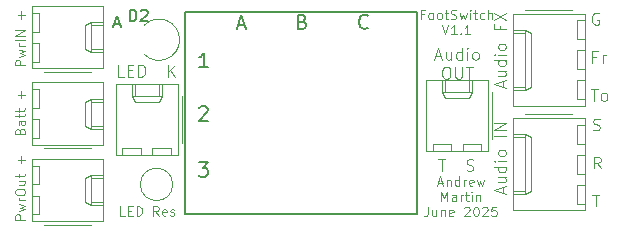
<source format=gbr>
%TF.GenerationSoftware,KiCad,Pcbnew,9.0.2*%
%TF.CreationDate,2025-06-25T15:10:39+01:00*%
%TF.ProjectId,FootSw,466f6f74-5377-42e6-9b69-6361645f7063,V1.1*%
%TF.SameCoordinates,Original*%
%TF.FileFunction,Legend,Top*%
%TF.FilePolarity,Positive*%
%FSLAX46Y46*%
G04 Gerber Fmt 4.6, Leading zero omitted, Abs format (unit mm)*
G04 Created by KiCad (PCBNEW 9.0.2) date 2025-06-25 15:10:39*
%MOMM*%
%LPD*%
G01*
G04 APERTURE LIST*
%ADD10C,0.100000*%
%ADD11C,0.125000*%
%ADD12C,0.150000*%
%ADD13C,0.152400*%
%ADD14C,0.120000*%
G04 APERTURE END LIST*
D10*
X89688094Y-50589892D02*
X89421428Y-50589892D01*
X89421428Y-51008940D02*
X89421428Y-50208940D01*
X89421428Y-50208940D02*
X89802380Y-50208940D01*
X90221427Y-51008940D02*
X90145237Y-50970845D01*
X90145237Y-50970845D02*
X90107142Y-50932749D01*
X90107142Y-50932749D02*
X90069046Y-50856559D01*
X90069046Y-50856559D02*
X90069046Y-50627987D01*
X90069046Y-50627987D02*
X90107142Y-50551797D01*
X90107142Y-50551797D02*
X90145237Y-50513702D01*
X90145237Y-50513702D02*
X90221427Y-50475606D01*
X90221427Y-50475606D02*
X90335713Y-50475606D01*
X90335713Y-50475606D02*
X90411904Y-50513702D01*
X90411904Y-50513702D02*
X90449999Y-50551797D01*
X90449999Y-50551797D02*
X90488094Y-50627987D01*
X90488094Y-50627987D02*
X90488094Y-50856559D01*
X90488094Y-50856559D02*
X90449999Y-50932749D01*
X90449999Y-50932749D02*
X90411904Y-50970845D01*
X90411904Y-50970845D02*
X90335713Y-51008940D01*
X90335713Y-51008940D02*
X90221427Y-51008940D01*
X90945237Y-51008940D02*
X90869047Y-50970845D01*
X90869047Y-50970845D02*
X90830952Y-50932749D01*
X90830952Y-50932749D02*
X90792856Y-50856559D01*
X90792856Y-50856559D02*
X90792856Y-50627987D01*
X90792856Y-50627987D02*
X90830952Y-50551797D01*
X90830952Y-50551797D02*
X90869047Y-50513702D01*
X90869047Y-50513702D02*
X90945237Y-50475606D01*
X90945237Y-50475606D02*
X91059523Y-50475606D01*
X91059523Y-50475606D02*
X91135714Y-50513702D01*
X91135714Y-50513702D02*
X91173809Y-50551797D01*
X91173809Y-50551797D02*
X91211904Y-50627987D01*
X91211904Y-50627987D02*
X91211904Y-50856559D01*
X91211904Y-50856559D02*
X91173809Y-50932749D01*
X91173809Y-50932749D02*
X91135714Y-50970845D01*
X91135714Y-50970845D02*
X91059523Y-51008940D01*
X91059523Y-51008940D02*
X90945237Y-51008940D01*
X91440476Y-50475606D02*
X91745238Y-50475606D01*
X91554762Y-50208940D02*
X91554762Y-50894654D01*
X91554762Y-50894654D02*
X91592857Y-50970845D01*
X91592857Y-50970845D02*
X91669047Y-51008940D01*
X91669047Y-51008940D02*
X91745238Y-51008940D01*
X91973809Y-50970845D02*
X92088095Y-51008940D01*
X92088095Y-51008940D02*
X92278571Y-51008940D01*
X92278571Y-51008940D02*
X92354762Y-50970845D01*
X92354762Y-50970845D02*
X92392857Y-50932749D01*
X92392857Y-50932749D02*
X92430952Y-50856559D01*
X92430952Y-50856559D02*
X92430952Y-50780368D01*
X92430952Y-50780368D02*
X92392857Y-50704178D01*
X92392857Y-50704178D02*
X92354762Y-50666083D01*
X92354762Y-50666083D02*
X92278571Y-50627987D01*
X92278571Y-50627987D02*
X92126190Y-50589892D01*
X92126190Y-50589892D02*
X92050000Y-50551797D01*
X92050000Y-50551797D02*
X92011905Y-50513702D01*
X92011905Y-50513702D02*
X91973809Y-50437511D01*
X91973809Y-50437511D02*
X91973809Y-50361321D01*
X91973809Y-50361321D02*
X92011905Y-50285130D01*
X92011905Y-50285130D02*
X92050000Y-50247035D01*
X92050000Y-50247035D02*
X92126190Y-50208940D01*
X92126190Y-50208940D02*
X92316667Y-50208940D01*
X92316667Y-50208940D02*
X92430952Y-50247035D01*
X92697619Y-50475606D02*
X92850000Y-51008940D01*
X92850000Y-51008940D02*
X93002381Y-50627987D01*
X93002381Y-50627987D02*
X93154762Y-51008940D01*
X93154762Y-51008940D02*
X93307143Y-50475606D01*
X93611905Y-51008940D02*
X93611905Y-50475606D01*
X93611905Y-50208940D02*
X93573809Y-50247035D01*
X93573809Y-50247035D02*
X93611905Y-50285130D01*
X93611905Y-50285130D02*
X93650000Y-50247035D01*
X93650000Y-50247035D02*
X93611905Y-50208940D01*
X93611905Y-50208940D02*
X93611905Y-50285130D01*
X93878571Y-50475606D02*
X94183333Y-50475606D01*
X93992857Y-50208940D02*
X93992857Y-50894654D01*
X93992857Y-50894654D02*
X94030952Y-50970845D01*
X94030952Y-50970845D02*
X94107142Y-51008940D01*
X94107142Y-51008940D02*
X94183333Y-51008940D01*
X94792857Y-50970845D02*
X94716666Y-51008940D01*
X94716666Y-51008940D02*
X94564285Y-51008940D01*
X94564285Y-51008940D02*
X94488095Y-50970845D01*
X94488095Y-50970845D02*
X94450000Y-50932749D01*
X94450000Y-50932749D02*
X94411904Y-50856559D01*
X94411904Y-50856559D02*
X94411904Y-50627987D01*
X94411904Y-50627987D02*
X94450000Y-50551797D01*
X94450000Y-50551797D02*
X94488095Y-50513702D01*
X94488095Y-50513702D02*
X94564285Y-50475606D01*
X94564285Y-50475606D02*
X94716666Y-50475606D01*
X94716666Y-50475606D02*
X94792857Y-50513702D01*
X95135714Y-51008940D02*
X95135714Y-50208940D01*
X95478571Y-51008940D02*
X95478571Y-50589892D01*
X95478571Y-50589892D02*
X95440476Y-50513702D01*
X95440476Y-50513702D02*
X95364285Y-50475606D01*
X95364285Y-50475606D02*
X95249999Y-50475606D01*
X95249999Y-50475606D02*
X95173809Y-50513702D01*
X95173809Y-50513702D02*
X95135714Y-50551797D01*
X91230952Y-51496895D02*
X91497619Y-52296895D01*
X91497619Y-52296895D02*
X91764285Y-51496895D01*
X92449999Y-52296895D02*
X91992856Y-52296895D01*
X92221428Y-52296895D02*
X92221428Y-51496895D01*
X92221428Y-51496895D02*
X92145237Y-51611180D01*
X92145237Y-51611180D02*
X92069047Y-51687371D01*
X92069047Y-51687371D02*
X91992856Y-51725466D01*
X92792857Y-52220704D02*
X92830952Y-52258800D01*
X92830952Y-52258800D02*
X92792857Y-52296895D01*
X92792857Y-52296895D02*
X92754761Y-52258800D01*
X92754761Y-52258800D02*
X92792857Y-52220704D01*
X92792857Y-52220704D02*
X92792857Y-52296895D01*
X93592856Y-52296895D02*
X93135713Y-52296895D01*
X93364285Y-52296895D02*
X93364285Y-51496895D01*
X93364285Y-51496895D02*
X93288094Y-51611180D01*
X93288094Y-51611180D02*
X93211904Y-51687371D01*
X93211904Y-51687371D02*
X93135713Y-51725466D01*
X90876190Y-64892413D02*
X91257143Y-64892413D01*
X90800000Y-65120985D02*
X91066667Y-64320985D01*
X91066667Y-64320985D02*
X91333333Y-65120985D01*
X91600000Y-64587651D02*
X91600000Y-65120985D01*
X91600000Y-64663842D02*
X91638095Y-64625747D01*
X91638095Y-64625747D02*
X91714285Y-64587651D01*
X91714285Y-64587651D02*
X91828571Y-64587651D01*
X91828571Y-64587651D02*
X91904762Y-64625747D01*
X91904762Y-64625747D02*
X91942857Y-64701937D01*
X91942857Y-64701937D02*
X91942857Y-65120985D01*
X92666667Y-65120985D02*
X92666667Y-64320985D01*
X92666667Y-65082890D02*
X92590476Y-65120985D01*
X92590476Y-65120985D02*
X92438095Y-65120985D01*
X92438095Y-65120985D02*
X92361905Y-65082890D01*
X92361905Y-65082890D02*
X92323810Y-65044794D01*
X92323810Y-65044794D02*
X92285714Y-64968604D01*
X92285714Y-64968604D02*
X92285714Y-64740032D01*
X92285714Y-64740032D02*
X92323810Y-64663842D01*
X92323810Y-64663842D02*
X92361905Y-64625747D01*
X92361905Y-64625747D02*
X92438095Y-64587651D01*
X92438095Y-64587651D02*
X92590476Y-64587651D01*
X92590476Y-64587651D02*
X92666667Y-64625747D01*
X93047620Y-65120985D02*
X93047620Y-64587651D01*
X93047620Y-64740032D02*
X93085715Y-64663842D01*
X93085715Y-64663842D02*
X93123810Y-64625747D01*
X93123810Y-64625747D02*
X93200001Y-64587651D01*
X93200001Y-64587651D02*
X93276191Y-64587651D01*
X93847620Y-65082890D02*
X93771429Y-65120985D01*
X93771429Y-65120985D02*
X93619048Y-65120985D01*
X93619048Y-65120985D02*
X93542858Y-65082890D01*
X93542858Y-65082890D02*
X93504762Y-65006699D01*
X93504762Y-65006699D02*
X93504762Y-64701937D01*
X93504762Y-64701937D02*
X93542858Y-64625747D01*
X93542858Y-64625747D02*
X93619048Y-64587651D01*
X93619048Y-64587651D02*
X93771429Y-64587651D01*
X93771429Y-64587651D02*
X93847620Y-64625747D01*
X93847620Y-64625747D02*
X93885715Y-64701937D01*
X93885715Y-64701937D02*
X93885715Y-64778128D01*
X93885715Y-64778128D02*
X93504762Y-64854318D01*
X94152381Y-64587651D02*
X94304762Y-65120985D01*
X94304762Y-65120985D02*
X94457143Y-64740032D01*
X94457143Y-64740032D02*
X94609524Y-65120985D01*
X94609524Y-65120985D02*
X94761905Y-64587651D01*
X91142857Y-66408940D02*
X91142857Y-65608940D01*
X91142857Y-65608940D02*
X91409523Y-66180368D01*
X91409523Y-66180368D02*
X91676190Y-65608940D01*
X91676190Y-65608940D02*
X91676190Y-66408940D01*
X92400000Y-66408940D02*
X92400000Y-65989892D01*
X92400000Y-65989892D02*
X92361905Y-65913702D01*
X92361905Y-65913702D02*
X92285714Y-65875606D01*
X92285714Y-65875606D02*
X92133333Y-65875606D01*
X92133333Y-65875606D02*
X92057143Y-65913702D01*
X92400000Y-66370845D02*
X92323809Y-66408940D01*
X92323809Y-66408940D02*
X92133333Y-66408940D01*
X92133333Y-66408940D02*
X92057143Y-66370845D01*
X92057143Y-66370845D02*
X92019047Y-66294654D01*
X92019047Y-66294654D02*
X92019047Y-66218464D01*
X92019047Y-66218464D02*
X92057143Y-66142273D01*
X92057143Y-66142273D02*
X92133333Y-66104178D01*
X92133333Y-66104178D02*
X92323809Y-66104178D01*
X92323809Y-66104178D02*
X92400000Y-66066083D01*
X92780953Y-66408940D02*
X92780953Y-65875606D01*
X92780953Y-66027987D02*
X92819048Y-65951797D01*
X92819048Y-65951797D02*
X92857143Y-65913702D01*
X92857143Y-65913702D02*
X92933334Y-65875606D01*
X92933334Y-65875606D02*
X93009524Y-65875606D01*
X93161905Y-65875606D02*
X93466667Y-65875606D01*
X93276191Y-65608940D02*
X93276191Y-66294654D01*
X93276191Y-66294654D02*
X93314286Y-66370845D01*
X93314286Y-66370845D02*
X93390476Y-66408940D01*
X93390476Y-66408940D02*
X93466667Y-66408940D01*
X93733334Y-66408940D02*
X93733334Y-65875606D01*
X93733334Y-65608940D02*
X93695238Y-65647035D01*
X93695238Y-65647035D02*
X93733334Y-65685130D01*
X93733334Y-65685130D02*
X93771429Y-65647035D01*
X93771429Y-65647035D02*
X93733334Y-65608940D01*
X93733334Y-65608940D02*
X93733334Y-65685130D01*
X94114286Y-65875606D02*
X94114286Y-66408940D01*
X94114286Y-65951797D02*
X94152381Y-65913702D01*
X94152381Y-65913702D02*
X94228571Y-65875606D01*
X94228571Y-65875606D02*
X94342857Y-65875606D01*
X94342857Y-65875606D02*
X94419048Y-65913702D01*
X94419048Y-65913702D02*
X94457143Y-65989892D01*
X94457143Y-65989892D02*
X94457143Y-66408940D01*
X90019046Y-66896895D02*
X90019046Y-67468323D01*
X90019046Y-67468323D02*
X89980951Y-67582609D01*
X89980951Y-67582609D02*
X89904760Y-67658800D01*
X89904760Y-67658800D02*
X89790475Y-67696895D01*
X89790475Y-67696895D02*
X89714284Y-67696895D01*
X90742856Y-67163561D02*
X90742856Y-67696895D01*
X90399999Y-67163561D02*
X90399999Y-67582609D01*
X90399999Y-67582609D02*
X90438094Y-67658800D01*
X90438094Y-67658800D02*
X90514284Y-67696895D01*
X90514284Y-67696895D02*
X90628570Y-67696895D01*
X90628570Y-67696895D02*
X90704761Y-67658800D01*
X90704761Y-67658800D02*
X90742856Y-67620704D01*
X91123809Y-67163561D02*
X91123809Y-67696895D01*
X91123809Y-67239752D02*
X91161904Y-67201657D01*
X91161904Y-67201657D02*
X91238094Y-67163561D01*
X91238094Y-67163561D02*
X91352380Y-67163561D01*
X91352380Y-67163561D02*
X91428571Y-67201657D01*
X91428571Y-67201657D02*
X91466666Y-67277847D01*
X91466666Y-67277847D02*
X91466666Y-67696895D01*
X92152381Y-67658800D02*
X92076190Y-67696895D01*
X92076190Y-67696895D02*
X91923809Y-67696895D01*
X91923809Y-67696895D02*
X91847619Y-67658800D01*
X91847619Y-67658800D02*
X91809523Y-67582609D01*
X91809523Y-67582609D02*
X91809523Y-67277847D01*
X91809523Y-67277847D02*
X91847619Y-67201657D01*
X91847619Y-67201657D02*
X91923809Y-67163561D01*
X91923809Y-67163561D02*
X92076190Y-67163561D01*
X92076190Y-67163561D02*
X92152381Y-67201657D01*
X92152381Y-67201657D02*
X92190476Y-67277847D01*
X92190476Y-67277847D02*
X92190476Y-67354038D01*
X92190476Y-67354038D02*
X91809523Y-67430228D01*
X93104761Y-66973085D02*
X93142857Y-66934990D01*
X93142857Y-66934990D02*
X93219047Y-66896895D01*
X93219047Y-66896895D02*
X93409523Y-66896895D01*
X93409523Y-66896895D02*
X93485714Y-66934990D01*
X93485714Y-66934990D02*
X93523809Y-66973085D01*
X93523809Y-66973085D02*
X93561904Y-67049276D01*
X93561904Y-67049276D02*
X93561904Y-67125466D01*
X93561904Y-67125466D02*
X93523809Y-67239752D01*
X93523809Y-67239752D02*
X93066666Y-67696895D01*
X93066666Y-67696895D02*
X93561904Y-67696895D01*
X94057143Y-66896895D02*
X94133333Y-66896895D01*
X94133333Y-66896895D02*
X94209524Y-66934990D01*
X94209524Y-66934990D02*
X94247619Y-66973085D01*
X94247619Y-66973085D02*
X94285714Y-67049276D01*
X94285714Y-67049276D02*
X94323809Y-67201657D01*
X94323809Y-67201657D02*
X94323809Y-67392133D01*
X94323809Y-67392133D02*
X94285714Y-67544514D01*
X94285714Y-67544514D02*
X94247619Y-67620704D01*
X94247619Y-67620704D02*
X94209524Y-67658800D01*
X94209524Y-67658800D02*
X94133333Y-67696895D01*
X94133333Y-67696895D02*
X94057143Y-67696895D01*
X94057143Y-67696895D02*
X93980952Y-67658800D01*
X93980952Y-67658800D02*
X93942857Y-67620704D01*
X93942857Y-67620704D02*
X93904762Y-67544514D01*
X93904762Y-67544514D02*
X93866666Y-67392133D01*
X93866666Y-67392133D02*
X93866666Y-67201657D01*
X93866666Y-67201657D02*
X93904762Y-67049276D01*
X93904762Y-67049276D02*
X93942857Y-66973085D01*
X93942857Y-66973085D02*
X93980952Y-66934990D01*
X93980952Y-66934990D02*
X94057143Y-66896895D01*
X94628571Y-66973085D02*
X94666667Y-66934990D01*
X94666667Y-66934990D02*
X94742857Y-66896895D01*
X94742857Y-66896895D02*
X94933333Y-66896895D01*
X94933333Y-66896895D02*
X95009524Y-66934990D01*
X95009524Y-66934990D02*
X95047619Y-66973085D01*
X95047619Y-66973085D02*
X95085714Y-67049276D01*
X95085714Y-67049276D02*
X95085714Y-67125466D01*
X95085714Y-67125466D02*
X95047619Y-67239752D01*
X95047619Y-67239752D02*
X94590476Y-67696895D01*
X94590476Y-67696895D02*
X95085714Y-67696895D01*
X95809524Y-66896895D02*
X95428572Y-66896895D01*
X95428572Y-66896895D02*
X95390476Y-67277847D01*
X95390476Y-67277847D02*
X95428572Y-67239752D01*
X95428572Y-67239752D02*
X95504762Y-67201657D01*
X95504762Y-67201657D02*
X95695238Y-67201657D01*
X95695238Y-67201657D02*
X95771429Y-67239752D01*
X95771429Y-67239752D02*
X95809524Y-67277847D01*
X95809524Y-67277847D02*
X95847619Y-67354038D01*
X95847619Y-67354038D02*
X95847619Y-67544514D01*
X95847619Y-67544514D02*
X95809524Y-67620704D01*
X95809524Y-67620704D02*
X95771429Y-67658800D01*
X95771429Y-67658800D02*
X95695238Y-67696895D01*
X95695238Y-67696895D02*
X95504762Y-67696895D01*
X95504762Y-67696895D02*
X95428572Y-67658800D01*
X95428572Y-67658800D02*
X95390476Y-67620704D01*
X64364285Y-67646895D02*
X63983333Y-67646895D01*
X63983333Y-67646895D02*
X63983333Y-66846895D01*
X64630952Y-67227847D02*
X64897618Y-67227847D01*
X65011904Y-67646895D02*
X64630952Y-67646895D01*
X64630952Y-67646895D02*
X64630952Y-66846895D01*
X64630952Y-66846895D02*
X65011904Y-66846895D01*
X65354762Y-67646895D02*
X65354762Y-66846895D01*
X65354762Y-66846895D02*
X65545238Y-66846895D01*
X65545238Y-66846895D02*
X65659524Y-66884990D01*
X65659524Y-66884990D02*
X65735714Y-66961180D01*
X65735714Y-66961180D02*
X65773809Y-67037371D01*
X65773809Y-67037371D02*
X65811905Y-67189752D01*
X65811905Y-67189752D02*
X65811905Y-67304038D01*
X65811905Y-67304038D02*
X65773809Y-67456419D01*
X65773809Y-67456419D02*
X65735714Y-67532609D01*
X65735714Y-67532609D02*
X65659524Y-67608800D01*
X65659524Y-67608800D02*
X65545238Y-67646895D01*
X65545238Y-67646895D02*
X65354762Y-67646895D01*
X67221429Y-67646895D02*
X66954762Y-67265942D01*
X66764286Y-67646895D02*
X66764286Y-66846895D01*
X66764286Y-66846895D02*
X67069048Y-66846895D01*
X67069048Y-66846895D02*
X67145238Y-66884990D01*
X67145238Y-66884990D02*
X67183333Y-66923085D01*
X67183333Y-66923085D02*
X67221429Y-66999276D01*
X67221429Y-66999276D02*
X67221429Y-67113561D01*
X67221429Y-67113561D02*
X67183333Y-67189752D01*
X67183333Y-67189752D02*
X67145238Y-67227847D01*
X67145238Y-67227847D02*
X67069048Y-67265942D01*
X67069048Y-67265942D02*
X66764286Y-67265942D01*
X67869048Y-67608800D02*
X67792857Y-67646895D01*
X67792857Y-67646895D02*
X67640476Y-67646895D01*
X67640476Y-67646895D02*
X67564286Y-67608800D01*
X67564286Y-67608800D02*
X67526190Y-67532609D01*
X67526190Y-67532609D02*
X67526190Y-67227847D01*
X67526190Y-67227847D02*
X67564286Y-67151657D01*
X67564286Y-67151657D02*
X67640476Y-67113561D01*
X67640476Y-67113561D02*
X67792857Y-67113561D01*
X67792857Y-67113561D02*
X67869048Y-67151657D01*
X67869048Y-67151657D02*
X67907143Y-67227847D01*
X67907143Y-67227847D02*
X67907143Y-67304038D01*
X67907143Y-67304038D02*
X67526190Y-67380228D01*
X68211904Y-67608800D02*
X68288095Y-67646895D01*
X68288095Y-67646895D02*
X68440476Y-67646895D01*
X68440476Y-67646895D02*
X68516666Y-67608800D01*
X68516666Y-67608800D02*
X68554762Y-67532609D01*
X68554762Y-67532609D02*
X68554762Y-67494514D01*
X68554762Y-67494514D02*
X68516666Y-67418323D01*
X68516666Y-67418323D02*
X68440476Y-67380228D01*
X68440476Y-67380228D02*
X68326190Y-67380228D01*
X68326190Y-67380228D02*
X68250000Y-67342133D01*
X68250000Y-67342133D02*
X68211904Y-67265942D01*
X68211904Y-67265942D02*
X68211904Y-67227847D01*
X68211904Y-67227847D02*
X68250000Y-67151657D01*
X68250000Y-67151657D02*
X68326190Y-67113561D01*
X68326190Y-67113561D02*
X68440476Y-67113561D01*
X68440476Y-67113561D02*
X68516666Y-67151657D01*
X55896895Y-67993734D02*
X55096895Y-67993734D01*
X55096895Y-67993734D02*
X55096895Y-67688972D01*
X55096895Y-67688972D02*
X55134990Y-67612782D01*
X55134990Y-67612782D02*
X55173085Y-67574687D01*
X55173085Y-67574687D02*
X55249276Y-67536591D01*
X55249276Y-67536591D02*
X55363561Y-67536591D01*
X55363561Y-67536591D02*
X55439752Y-67574687D01*
X55439752Y-67574687D02*
X55477847Y-67612782D01*
X55477847Y-67612782D02*
X55515942Y-67688972D01*
X55515942Y-67688972D02*
X55515942Y-67993734D01*
X55363561Y-67269925D02*
X55896895Y-67117544D01*
X55896895Y-67117544D02*
X55515942Y-66965163D01*
X55515942Y-66965163D02*
X55896895Y-66812782D01*
X55896895Y-66812782D02*
X55363561Y-66660401D01*
X55896895Y-66355639D02*
X55363561Y-66355639D01*
X55515942Y-66355639D02*
X55439752Y-66317544D01*
X55439752Y-66317544D02*
X55401657Y-66279449D01*
X55401657Y-66279449D02*
X55363561Y-66203258D01*
X55363561Y-66203258D02*
X55363561Y-66127068D01*
X55096895Y-65708020D02*
X55096895Y-65555639D01*
X55096895Y-65555639D02*
X55134990Y-65479449D01*
X55134990Y-65479449D02*
X55211180Y-65403258D01*
X55211180Y-65403258D02*
X55363561Y-65365163D01*
X55363561Y-65365163D02*
X55630228Y-65365163D01*
X55630228Y-65365163D02*
X55782609Y-65403258D01*
X55782609Y-65403258D02*
X55858800Y-65479449D01*
X55858800Y-65479449D02*
X55896895Y-65555639D01*
X55896895Y-65555639D02*
X55896895Y-65708020D01*
X55896895Y-65708020D02*
X55858800Y-65784211D01*
X55858800Y-65784211D02*
X55782609Y-65860401D01*
X55782609Y-65860401D02*
X55630228Y-65898497D01*
X55630228Y-65898497D02*
X55363561Y-65898497D01*
X55363561Y-65898497D02*
X55211180Y-65860401D01*
X55211180Y-65860401D02*
X55134990Y-65784211D01*
X55134990Y-65784211D02*
X55096895Y-65708020D01*
X55363561Y-64679449D02*
X55896895Y-64679449D01*
X55363561Y-65022306D02*
X55782609Y-65022306D01*
X55782609Y-65022306D02*
X55858800Y-64984211D01*
X55858800Y-64984211D02*
X55896895Y-64908021D01*
X55896895Y-64908021D02*
X55896895Y-64793735D01*
X55896895Y-64793735D02*
X55858800Y-64717544D01*
X55858800Y-64717544D02*
X55820704Y-64679449D01*
X55363561Y-64412782D02*
X55363561Y-64108020D01*
X55096895Y-64298496D02*
X55782609Y-64298496D01*
X55782609Y-64298496D02*
X55858800Y-64260401D01*
X55858800Y-64260401D02*
X55896895Y-64184211D01*
X55896895Y-64184211D02*
X55896895Y-64108020D01*
X55592133Y-63231829D02*
X55592133Y-62622306D01*
X55896895Y-62927067D02*
X55287371Y-62927067D01*
X55896895Y-54923734D02*
X55096895Y-54923734D01*
X55096895Y-54923734D02*
X55096895Y-54618972D01*
X55096895Y-54618972D02*
X55134990Y-54542782D01*
X55134990Y-54542782D02*
X55173085Y-54504687D01*
X55173085Y-54504687D02*
X55249276Y-54466591D01*
X55249276Y-54466591D02*
X55363561Y-54466591D01*
X55363561Y-54466591D02*
X55439752Y-54504687D01*
X55439752Y-54504687D02*
X55477847Y-54542782D01*
X55477847Y-54542782D02*
X55515942Y-54618972D01*
X55515942Y-54618972D02*
X55515942Y-54923734D01*
X55363561Y-54199925D02*
X55896895Y-54047544D01*
X55896895Y-54047544D02*
X55515942Y-53895163D01*
X55515942Y-53895163D02*
X55896895Y-53742782D01*
X55896895Y-53742782D02*
X55363561Y-53590401D01*
X55896895Y-53285639D02*
X55363561Y-53285639D01*
X55515942Y-53285639D02*
X55439752Y-53247544D01*
X55439752Y-53247544D02*
X55401657Y-53209449D01*
X55401657Y-53209449D02*
X55363561Y-53133258D01*
X55363561Y-53133258D02*
X55363561Y-53057068D01*
X55896895Y-52790401D02*
X55096895Y-52790401D01*
X55896895Y-52409449D02*
X55096895Y-52409449D01*
X55096895Y-52409449D02*
X55896895Y-51952306D01*
X55896895Y-51952306D02*
X55096895Y-51952306D01*
X55592133Y-50961830D02*
X55592133Y-50352307D01*
X55896895Y-50657068D02*
X55287371Y-50657068D01*
X55477847Y-60477068D02*
X55515942Y-60362782D01*
X55515942Y-60362782D02*
X55554038Y-60324687D01*
X55554038Y-60324687D02*
X55630228Y-60286591D01*
X55630228Y-60286591D02*
X55744514Y-60286591D01*
X55744514Y-60286591D02*
X55820704Y-60324687D01*
X55820704Y-60324687D02*
X55858800Y-60362782D01*
X55858800Y-60362782D02*
X55896895Y-60438972D01*
X55896895Y-60438972D02*
X55896895Y-60743734D01*
X55896895Y-60743734D02*
X55096895Y-60743734D01*
X55096895Y-60743734D02*
X55096895Y-60477068D01*
X55096895Y-60477068D02*
X55134990Y-60400877D01*
X55134990Y-60400877D02*
X55173085Y-60362782D01*
X55173085Y-60362782D02*
X55249276Y-60324687D01*
X55249276Y-60324687D02*
X55325466Y-60324687D01*
X55325466Y-60324687D02*
X55401657Y-60362782D01*
X55401657Y-60362782D02*
X55439752Y-60400877D01*
X55439752Y-60400877D02*
X55477847Y-60477068D01*
X55477847Y-60477068D02*
X55477847Y-60743734D01*
X55896895Y-59600877D02*
X55477847Y-59600877D01*
X55477847Y-59600877D02*
X55401657Y-59638972D01*
X55401657Y-59638972D02*
X55363561Y-59715163D01*
X55363561Y-59715163D02*
X55363561Y-59867544D01*
X55363561Y-59867544D02*
X55401657Y-59943734D01*
X55858800Y-59600877D02*
X55896895Y-59677068D01*
X55896895Y-59677068D02*
X55896895Y-59867544D01*
X55896895Y-59867544D02*
X55858800Y-59943734D01*
X55858800Y-59943734D02*
X55782609Y-59981830D01*
X55782609Y-59981830D02*
X55706419Y-59981830D01*
X55706419Y-59981830D02*
X55630228Y-59943734D01*
X55630228Y-59943734D02*
X55592133Y-59867544D01*
X55592133Y-59867544D02*
X55592133Y-59677068D01*
X55592133Y-59677068D02*
X55554038Y-59600877D01*
X55363561Y-59334210D02*
X55363561Y-59029448D01*
X55096895Y-59219924D02*
X55782609Y-59219924D01*
X55782609Y-59219924D02*
X55858800Y-59181829D01*
X55858800Y-59181829D02*
X55896895Y-59105639D01*
X55896895Y-59105639D02*
X55896895Y-59029448D01*
X55363561Y-58877067D02*
X55363561Y-58572305D01*
X55096895Y-58762781D02*
X55782609Y-58762781D01*
X55782609Y-58762781D02*
X55858800Y-58724686D01*
X55858800Y-58724686D02*
X55896895Y-58648496D01*
X55896895Y-58648496D02*
X55896895Y-58572305D01*
X55592133Y-57696114D02*
X55592133Y-57086591D01*
X55896895Y-57391352D02*
X55287371Y-57391352D01*
X64267892Y-55872419D02*
X63791702Y-55872419D01*
X63791702Y-55872419D02*
X63791702Y-54872419D01*
X64601226Y-55348609D02*
X64934559Y-55348609D01*
X65077416Y-55872419D02*
X64601226Y-55872419D01*
X64601226Y-55872419D02*
X64601226Y-54872419D01*
X64601226Y-54872419D02*
X65077416Y-54872419D01*
X65505988Y-55872419D02*
X65505988Y-54872419D01*
X65505988Y-54872419D02*
X65744083Y-54872419D01*
X65744083Y-54872419D02*
X65886940Y-54920038D01*
X65886940Y-54920038D02*
X65982178Y-55015276D01*
X65982178Y-55015276D02*
X66029797Y-55110514D01*
X66029797Y-55110514D02*
X66077416Y-55300990D01*
X66077416Y-55300990D02*
X66077416Y-55443847D01*
X66077416Y-55443847D02*
X66029797Y-55634323D01*
X66029797Y-55634323D02*
X65982178Y-55729561D01*
X65982178Y-55729561D02*
X65886940Y-55824800D01*
X65886940Y-55824800D02*
X65744083Y-55872419D01*
X65744083Y-55872419D02*
X65505988Y-55872419D01*
X68029798Y-55872419D02*
X68029798Y-54872419D01*
X68601226Y-55872419D02*
X68172655Y-55300990D01*
X68601226Y-54872419D02*
X68029798Y-55443847D01*
X90911027Y-62872419D02*
X91482455Y-62872419D01*
X91196741Y-63872419D02*
X91196741Y-62872419D01*
X93291980Y-63824800D02*
X93434837Y-63872419D01*
X93434837Y-63872419D02*
X93672932Y-63872419D01*
X93672932Y-63872419D02*
X93768170Y-63824800D01*
X93768170Y-63824800D02*
X93815789Y-63777180D01*
X93815789Y-63777180D02*
X93863408Y-63681942D01*
X93863408Y-63681942D02*
X93863408Y-63586704D01*
X93863408Y-63586704D02*
X93815789Y-63491466D01*
X93815789Y-63491466D02*
X93768170Y-63443847D01*
X93768170Y-63443847D02*
X93672932Y-63396228D01*
X93672932Y-63396228D02*
X93482456Y-63348609D01*
X93482456Y-63348609D02*
X93387218Y-63300990D01*
X93387218Y-63300990D02*
X93339599Y-63253371D01*
X93339599Y-63253371D02*
X93291980Y-63158133D01*
X93291980Y-63158133D02*
X93291980Y-63062895D01*
X93291980Y-63062895D02*
X93339599Y-62967657D01*
X93339599Y-62967657D02*
X93387218Y-62920038D01*
X93387218Y-62920038D02*
X93482456Y-62872419D01*
X93482456Y-62872419D02*
X93720551Y-62872419D01*
X93720551Y-62872419D02*
X93863408Y-62920038D01*
X90646667Y-54156760D02*
X91122857Y-54156760D01*
X90551429Y-54442475D02*
X90884762Y-53442475D01*
X90884762Y-53442475D02*
X91218095Y-54442475D01*
X91980000Y-53775808D02*
X91980000Y-54442475D01*
X91551429Y-53775808D02*
X91551429Y-54299617D01*
X91551429Y-54299617D02*
X91599048Y-54394856D01*
X91599048Y-54394856D02*
X91694286Y-54442475D01*
X91694286Y-54442475D02*
X91837143Y-54442475D01*
X91837143Y-54442475D02*
X91932381Y-54394856D01*
X91932381Y-54394856D02*
X91980000Y-54347236D01*
X92884762Y-54442475D02*
X92884762Y-53442475D01*
X92884762Y-54394856D02*
X92789524Y-54442475D01*
X92789524Y-54442475D02*
X92599048Y-54442475D01*
X92599048Y-54442475D02*
X92503810Y-54394856D01*
X92503810Y-54394856D02*
X92456191Y-54347236D01*
X92456191Y-54347236D02*
X92408572Y-54251998D01*
X92408572Y-54251998D02*
X92408572Y-53966284D01*
X92408572Y-53966284D02*
X92456191Y-53871046D01*
X92456191Y-53871046D02*
X92503810Y-53823427D01*
X92503810Y-53823427D02*
X92599048Y-53775808D01*
X92599048Y-53775808D02*
X92789524Y-53775808D01*
X92789524Y-53775808D02*
X92884762Y-53823427D01*
X93360953Y-54442475D02*
X93360953Y-53775808D01*
X93360953Y-53442475D02*
X93313334Y-53490094D01*
X93313334Y-53490094D02*
X93360953Y-53537713D01*
X93360953Y-53537713D02*
X93408572Y-53490094D01*
X93408572Y-53490094D02*
X93360953Y-53442475D01*
X93360953Y-53442475D02*
X93360953Y-53537713D01*
X93980000Y-54442475D02*
X93884762Y-54394856D01*
X93884762Y-54394856D02*
X93837143Y-54347236D01*
X93837143Y-54347236D02*
X93789524Y-54251998D01*
X93789524Y-54251998D02*
X93789524Y-53966284D01*
X93789524Y-53966284D02*
X93837143Y-53871046D01*
X93837143Y-53871046D02*
X93884762Y-53823427D01*
X93884762Y-53823427D02*
X93980000Y-53775808D01*
X93980000Y-53775808D02*
X94122857Y-53775808D01*
X94122857Y-53775808D02*
X94218095Y-53823427D01*
X94218095Y-53823427D02*
X94265714Y-53871046D01*
X94265714Y-53871046D02*
X94313333Y-53966284D01*
X94313333Y-53966284D02*
X94313333Y-54251998D01*
X94313333Y-54251998D02*
X94265714Y-54347236D01*
X94265714Y-54347236D02*
X94218095Y-54394856D01*
X94218095Y-54394856D02*
X94122857Y-54442475D01*
X94122857Y-54442475D02*
X93980000Y-54442475D01*
X91480000Y-55052419D02*
X91670476Y-55052419D01*
X91670476Y-55052419D02*
X91765714Y-55100038D01*
X91765714Y-55100038D02*
X91860952Y-55195276D01*
X91860952Y-55195276D02*
X91908571Y-55385752D01*
X91908571Y-55385752D02*
X91908571Y-55719085D01*
X91908571Y-55719085D02*
X91860952Y-55909561D01*
X91860952Y-55909561D02*
X91765714Y-56004800D01*
X91765714Y-56004800D02*
X91670476Y-56052419D01*
X91670476Y-56052419D02*
X91480000Y-56052419D01*
X91480000Y-56052419D02*
X91384762Y-56004800D01*
X91384762Y-56004800D02*
X91289524Y-55909561D01*
X91289524Y-55909561D02*
X91241905Y-55719085D01*
X91241905Y-55719085D02*
X91241905Y-55385752D01*
X91241905Y-55385752D02*
X91289524Y-55195276D01*
X91289524Y-55195276D02*
X91384762Y-55100038D01*
X91384762Y-55100038D02*
X91480000Y-55052419D01*
X92337143Y-55052419D02*
X92337143Y-55861942D01*
X92337143Y-55861942D02*
X92384762Y-55957180D01*
X92384762Y-55957180D02*
X92432381Y-56004800D01*
X92432381Y-56004800D02*
X92527619Y-56052419D01*
X92527619Y-56052419D02*
X92718095Y-56052419D01*
X92718095Y-56052419D02*
X92813333Y-56004800D01*
X92813333Y-56004800D02*
X92860952Y-55957180D01*
X92860952Y-55957180D02*
X92908571Y-55861942D01*
X92908571Y-55861942D02*
X92908571Y-55052419D01*
X93241905Y-55052419D02*
X93813333Y-55052419D01*
X93527619Y-56052419D02*
X93527619Y-55052419D01*
X96336704Y-56743734D02*
X96336704Y-56267544D01*
X96622419Y-56838972D02*
X95622419Y-56505639D01*
X95622419Y-56505639D02*
X96622419Y-56172306D01*
X95955752Y-55410401D02*
X96622419Y-55410401D01*
X95955752Y-55838972D02*
X96479561Y-55838972D01*
X96479561Y-55838972D02*
X96574800Y-55791353D01*
X96574800Y-55791353D02*
X96622419Y-55696115D01*
X96622419Y-55696115D02*
X96622419Y-55553258D01*
X96622419Y-55553258D02*
X96574800Y-55458020D01*
X96574800Y-55458020D02*
X96527180Y-55410401D01*
X96622419Y-54505639D02*
X95622419Y-54505639D01*
X96574800Y-54505639D02*
X96622419Y-54600877D01*
X96622419Y-54600877D02*
X96622419Y-54791353D01*
X96622419Y-54791353D02*
X96574800Y-54886591D01*
X96574800Y-54886591D02*
X96527180Y-54934210D01*
X96527180Y-54934210D02*
X96431942Y-54981829D01*
X96431942Y-54981829D02*
X96146228Y-54981829D01*
X96146228Y-54981829D02*
X96050990Y-54934210D01*
X96050990Y-54934210D02*
X96003371Y-54886591D01*
X96003371Y-54886591D02*
X95955752Y-54791353D01*
X95955752Y-54791353D02*
X95955752Y-54600877D01*
X95955752Y-54600877D02*
X96003371Y-54505639D01*
X96622419Y-54029448D02*
X95955752Y-54029448D01*
X95622419Y-54029448D02*
X95670038Y-54077067D01*
X95670038Y-54077067D02*
X95717657Y-54029448D01*
X95717657Y-54029448D02*
X95670038Y-53981829D01*
X95670038Y-53981829D02*
X95622419Y-54029448D01*
X95622419Y-54029448D02*
X95717657Y-54029448D01*
X96622419Y-53410401D02*
X96574800Y-53505639D01*
X96574800Y-53505639D02*
X96527180Y-53553258D01*
X96527180Y-53553258D02*
X96431942Y-53600877D01*
X96431942Y-53600877D02*
X96146228Y-53600877D01*
X96146228Y-53600877D02*
X96050990Y-53553258D01*
X96050990Y-53553258D02*
X96003371Y-53505639D01*
X96003371Y-53505639D02*
X95955752Y-53410401D01*
X95955752Y-53410401D02*
X95955752Y-53267544D01*
X95955752Y-53267544D02*
X96003371Y-53172306D01*
X96003371Y-53172306D02*
X96050990Y-53124687D01*
X96050990Y-53124687D02*
X96146228Y-53077068D01*
X96146228Y-53077068D02*
X96431942Y-53077068D01*
X96431942Y-53077068D02*
X96527180Y-53124687D01*
X96527180Y-53124687D02*
X96574800Y-53172306D01*
X96574800Y-53172306D02*
X96622419Y-53267544D01*
X96622419Y-53267544D02*
X96622419Y-53410401D01*
X96098609Y-51553258D02*
X96098609Y-51886591D01*
X96622419Y-51886591D02*
X95622419Y-51886591D01*
X95622419Y-51886591D02*
X95622419Y-51410401D01*
X95622419Y-51124686D02*
X96622419Y-50458020D01*
X95622419Y-50458020D02*
X96622419Y-51124686D01*
X96336704Y-65743734D02*
X96336704Y-65267544D01*
X96622419Y-65838972D02*
X95622419Y-65505639D01*
X95622419Y-65505639D02*
X96622419Y-65172306D01*
X95955752Y-64410401D02*
X96622419Y-64410401D01*
X95955752Y-64838972D02*
X96479561Y-64838972D01*
X96479561Y-64838972D02*
X96574800Y-64791353D01*
X96574800Y-64791353D02*
X96622419Y-64696115D01*
X96622419Y-64696115D02*
X96622419Y-64553258D01*
X96622419Y-64553258D02*
X96574800Y-64458020D01*
X96574800Y-64458020D02*
X96527180Y-64410401D01*
X96622419Y-63505639D02*
X95622419Y-63505639D01*
X96574800Y-63505639D02*
X96622419Y-63600877D01*
X96622419Y-63600877D02*
X96622419Y-63791353D01*
X96622419Y-63791353D02*
X96574800Y-63886591D01*
X96574800Y-63886591D02*
X96527180Y-63934210D01*
X96527180Y-63934210D02*
X96431942Y-63981829D01*
X96431942Y-63981829D02*
X96146228Y-63981829D01*
X96146228Y-63981829D02*
X96050990Y-63934210D01*
X96050990Y-63934210D02*
X96003371Y-63886591D01*
X96003371Y-63886591D02*
X95955752Y-63791353D01*
X95955752Y-63791353D02*
X95955752Y-63600877D01*
X95955752Y-63600877D02*
X96003371Y-63505639D01*
X96622419Y-63029448D02*
X95955752Y-63029448D01*
X95622419Y-63029448D02*
X95670038Y-63077067D01*
X95670038Y-63077067D02*
X95717657Y-63029448D01*
X95717657Y-63029448D02*
X95670038Y-62981829D01*
X95670038Y-62981829D02*
X95622419Y-63029448D01*
X95622419Y-63029448D02*
X95717657Y-63029448D01*
X96622419Y-62410401D02*
X96574800Y-62505639D01*
X96574800Y-62505639D02*
X96527180Y-62553258D01*
X96527180Y-62553258D02*
X96431942Y-62600877D01*
X96431942Y-62600877D02*
X96146228Y-62600877D01*
X96146228Y-62600877D02*
X96050990Y-62553258D01*
X96050990Y-62553258D02*
X96003371Y-62505639D01*
X96003371Y-62505639D02*
X95955752Y-62410401D01*
X95955752Y-62410401D02*
X95955752Y-62267544D01*
X95955752Y-62267544D02*
X96003371Y-62172306D01*
X96003371Y-62172306D02*
X96050990Y-62124687D01*
X96050990Y-62124687D02*
X96146228Y-62077068D01*
X96146228Y-62077068D02*
X96431942Y-62077068D01*
X96431942Y-62077068D02*
X96527180Y-62124687D01*
X96527180Y-62124687D02*
X96574800Y-62172306D01*
X96574800Y-62172306D02*
X96622419Y-62267544D01*
X96622419Y-62267544D02*
X96622419Y-62410401D01*
X96622419Y-60886591D02*
X95622419Y-60886591D01*
X96622419Y-60410401D02*
X95622419Y-60410401D01*
X95622419Y-60410401D02*
X96622419Y-59838973D01*
X96622419Y-59838973D02*
X95622419Y-59838973D01*
D11*
X104022712Y-60383724D02*
X104165569Y-60431343D01*
X104165569Y-60431343D02*
X104403664Y-60431343D01*
X104403664Y-60431343D02*
X104498902Y-60383724D01*
X104498902Y-60383724D02*
X104546521Y-60336104D01*
X104546521Y-60336104D02*
X104594140Y-60240866D01*
X104594140Y-60240866D02*
X104594140Y-60145628D01*
X104594140Y-60145628D02*
X104546521Y-60050390D01*
X104546521Y-60050390D02*
X104498902Y-60002771D01*
X104498902Y-60002771D02*
X104403664Y-59955152D01*
X104403664Y-59955152D02*
X104213188Y-59907533D01*
X104213188Y-59907533D02*
X104117950Y-59859914D01*
X104117950Y-59859914D02*
X104070331Y-59812295D01*
X104070331Y-59812295D02*
X104022712Y-59717057D01*
X104022712Y-59717057D02*
X104022712Y-59621819D01*
X104022712Y-59621819D02*
X104070331Y-59526581D01*
X104070331Y-59526581D02*
X104117950Y-59478962D01*
X104117950Y-59478962D02*
X104213188Y-59431343D01*
X104213188Y-59431343D02*
X104451283Y-59431343D01*
X104451283Y-59431343D02*
X104594140Y-59478962D01*
X104641759Y-63651231D02*
X104308426Y-63175040D01*
X104070331Y-63651231D02*
X104070331Y-62651231D01*
X104070331Y-62651231D02*
X104451283Y-62651231D01*
X104451283Y-62651231D02*
X104546521Y-62698850D01*
X104546521Y-62698850D02*
X104594140Y-62746469D01*
X104594140Y-62746469D02*
X104641759Y-62841707D01*
X104641759Y-62841707D02*
X104641759Y-62984564D01*
X104641759Y-62984564D02*
X104594140Y-63079802D01*
X104594140Y-63079802D02*
X104546521Y-63127421D01*
X104546521Y-63127421D02*
X104451283Y-63175040D01*
X104451283Y-63175040D02*
X104070331Y-63175040D01*
X103927474Y-65871119D02*
X104498902Y-65871119D01*
X104213188Y-66871119D02*
X104213188Y-65871119D01*
D10*
X104477693Y-50530262D02*
X104382455Y-50482643D01*
X104382455Y-50482643D02*
X104239598Y-50482643D01*
X104239598Y-50482643D02*
X104096741Y-50530262D01*
X104096741Y-50530262D02*
X104001503Y-50625500D01*
X104001503Y-50625500D02*
X103953884Y-50720738D01*
X103953884Y-50720738D02*
X103906265Y-50911214D01*
X103906265Y-50911214D02*
X103906265Y-51054071D01*
X103906265Y-51054071D02*
X103953884Y-51244547D01*
X103953884Y-51244547D02*
X104001503Y-51339785D01*
X104001503Y-51339785D02*
X104096741Y-51435024D01*
X104096741Y-51435024D02*
X104239598Y-51482643D01*
X104239598Y-51482643D02*
X104334836Y-51482643D01*
X104334836Y-51482643D02*
X104477693Y-51435024D01*
X104477693Y-51435024D02*
X104525312Y-51387404D01*
X104525312Y-51387404D02*
X104525312Y-51054071D01*
X104525312Y-51054071D02*
X104334836Y-51054071D01*
X104287217Y-54178721D02*
X103953884Y-54178721D01*
X103953884Y-54702531D02*
X103953884Y-53702531D01*
X103953884Y-53702531D02*
X104430074Y-53702531D01*
X104811027Y-54702531D02*
X104811027Y-54035864D01*
X104811027Y-54226340D02*
X104858646Y-54131102D01*
X104858646Y-54131102D02*
X104906265Y-54083483D01*
X104906265Y-54083483D02*
X105001503Y-54035864D01*
X105001503Y-54035864D02*
X105096741Y-54035864D01*
X103811027Y-56922419D02*
X104382455Y-56922419D01*
X104096741Y-57922419D02*
X104096741Y-56922419D01*
X104858646Y-57922419D02*
X104763408Y-57874800D01*
X104763408Y-57874800D02*
X104715789Y-57827180D01*
X104715789Y-57827180D02*
X104668170Y-57731942D01*
X104668170Y-57731942D02*
X104668170Y-57446228D01*
X104668170Y-57446228D02*
X104715789Y-57350990D01*
X104715789Y-57350990D02*
X104763408Y-57303371D01*
X104763408Y-57303371D02*
X104858646Y-57255752D01*
X104858646Y-57255752D02*
X105001503Y-57255752D01*
X105001503Y-57255752D02*
X105096741Y-57303371D01*
X105096741Y-57303371D02*
X105144360Y-57350990D01*
X105144360Y-57350990D02*
X105191979Y-57446228D01*
X105191979Y-57446228D02*
X105191979Y-57731942D01*
X105191979Y-57731942D02*
X105144360Y-57827180D01*
X105144360Y-57827180D02*
X105096741Y-57874800D01*
X105096741Y-57874800D02*
X105001503Y-57922419D01*
X105001503Y-57922419D02*
X104858646Y-57922419D01*
D12*
X64761905Y-51204819D02*
X64761905Y-50204819D01*
X64761905Y-50204819D02*
X65000000Y-50204819D01*
X65000000Y-50204819D02*
X65142857Y-50252438D01*
X65142857Y-50252438D02*
X65238095Y-50347676D01*
X65238095Y-50347676D02*
X65285714Y-50442914D01*
X65285714Y-50442914D02*
X65333333Y-50633390D01*
X65333333Y-50633390D02*
X65333333Y-50776247D01*
X65333333Y-50776247D02*
X65285714Y-50966723D01*
X65285714Y-50966723D02*
X65238095Y-51061961D01*
X65238095Y-51061961D02*
X65142857Y-51157200D01*
X65142857Y-51157200D02*
X65000000Y-51204819D01*
X65000000Y-51204819D02*
X64761905Y-51204819D01*
X65714286Y-50300057D02*
X65761905Y-50252438D01*
X65761905Y-50252438D02*
X65857143Y-50204819D01*
X65857143Y-50204819D02*
X66095238Y-50204819D01*
X66095238Y-50204819D02*
X66190476Y-50252438D01*
X66190476Y-50252438D02*
X66238095Y-50300057D01*
X66238095Y-50300057D02*
X66285714Y-50395295D01*
X66285714Y-50395295D02*
X66285714Y-50490533D01*
X66285714Y-50490533D02*
X66238095Y-50633390D01*
X66238095Y-50633390D02*
X65666667Y-51204819D01*
X65666667Y-51204819D02*
X66285714Y-51204819D01*
X63471905Y-51419104D02*
X63948095Y-51419104D01*
X63376667Y-51704819D02*
X63710000Y-50704819D01*
X63710000Y-50704819D02*
X64043333Y-51704819D01*
D13*
X79389691Y-51212446D02*
X79562048Y-51269898D01*
X79562048Y-51269898D02*
X79619501Y-51327350D01*
X79619501Y-51327350D02*
X79676953Y-51442255D01*
X79676953Y-51442255D02*
X79676953Y-51614612D01*
X79676953Y-51614612D02*
X79619501Y-51729517D01*
X79619501Y-51729517D02*
X79562048Y-51786970D01*
X79562048Y-51786970D02*
X79447143Y-51844422D01*
X79447143Y-51844422D02*
X78987524Y-51844422D01*
X78987524Y-51844422D02*
X78987524Y-50637922D01*
X78987524Y-50637922D02*
X79389691Y-50637922D01*
X79389691Y-50637922D02*
X79504596Y-50695374D01*
X79504596Y-50695374D02*
X79562048Y-50752827D01*
X79562048Y-50752827D02*
X79619501Y-50867731D01*
X79619501Y-50867731D02*
X79619501Y-50982636D01*
X79619501Y-50982636D02*
X79562048Y-51097541D01*
X79562048Y-51097541D02*
X79504596Y-51154993D01*
X79504596Y-51154993D02*
X79389691Y-51212446D01*
X79389691Y-51212446D02*
X78987524Y-51212446D01*
X70622620Y-63137922D02*
X71369501Y-63137922D01*
X71369501Y-63137922D02*
X70967334Y-63597541D01*
X70967334Y-63597541D02*
X71139691Y-63597541D01*
X71139691Y-63597541D02*
X71254596Y-63654993D01*
X71254596Y-63654993D02*
X71312048Y-63712446D01*
X71312048Y-63712446D02*
X71369501Y-63827350D01*
X71369501Y-63827350D02*
X71369501Y-64114612D01*
X71369501Y-64114612D02*
X71312048Y-64229517D01*
X71312048Y-64229517D02*
X71254596Y-64286970D01*
X71254596Y-64286970D02*
X71139691Y-64344422D01*
X71139691Y-64344422D02*
X70794977Y-64344422D01*
X70794977Y-64344422D02*
X70680072Y-64286970D01*
X70680072Y-64286970D02*
X70622620Y-64229517D01*
X84926953Y-51729517D02*
X84869501Y-51786970D01*
X84869501Y-51786970D02*
X84697143Y-51844422D01*
X84697143Y-51844422D02*
X84582239Y-51844422D01*
X84582239Y-51844422D02*
X84409882Y-51786970D01*
X84409882Y-51786970D02*
X84294977Y-51672065D01*
X84294977Y-51672065D02*
X84237524Y-51557160D01*
X84237524Y-51557160D02*
X84180072Y-51327350D01*
X84180072Y-51327350D02*
X84180072Y-51154993D01*
X84180072Y-51154993D02*
X84237524Y-50925184D01*
X84237524Y-50925184D02*
X84294977Y-50810279D01*
X84294977Y-50810279D02*
X84409882Y-50695374D01*
X84409882Y-50695374D02*
X84582239Y-50637922D01*
X84582239Y-50637922D02*
X84697143Y-50637922D01*
X84697143Y-50637922D02*
X84869501Y-50695374D01*
X84869501Y-50695374D02*
X84926953Y-50752827D01*
X71369501Y-55094422D02*
X70680072Y-55094422D01*
X71024786Y-55094422D02*
X71024786Y-53887922D01*
X71024786Y-53887922D02*
X70909882Y-54060279D01*
X70909882Y-54060279D02*
X70794977Y-54175184D01*
X70794977Y-54175184D02*
X70680072Y-54232636D01*
X73930072Y-51499708D02*
X74504596Y-51499708D01*
X73815167Y-51844422D02*
X74217334Y-50637922D01*
X74217334Y-50637922D02*
X74619501Y-51844422D01*
X70680072Y-58502827D02*
X70737524Y-58445374D01*
X70737524Y-58445374D02*
X70852429Y-58387922D01*
X70852429Y-58387922D02*
X71139691Y-58387922D01*
X71139691Y-58387922D02*
X71254596Y-58445374D01*
X71254596Y-58445374D02*
X71312048Y-58502827D01*
X71312048Y-58502827D02*
X71369501Y-58617731D01*
X71369501Y-58617731D02*
X71369501Y-58732636D01*
X71369501Y-58732636D02*
X71312048Y-58904993D01*
X71312048Y-58904993D02*
X70622620Y-59594422D01*
X70622620Y-59594422D02*
X71369501Y-59594422D01*
D14*
%TO.C,J8*%
X62490000Y-62830000D02*
X56470000Y-62830000D01*
X56470000Y-62830000D02*
X56470000Y-68130000D01*
X57070000Y-63410000D02*
X56470000Y-63410000D01*
X61490000Y-64210000D02*
X62490000Y-64210000D01*
X62490000Y-64460000D02*
X61490000Y-64460000D01*
X60960000Y-64460000D02*
X61490000Y-64210000D01*
X57070000Y-65010000D02*
X57070000Y-63410000D01*
X56470000Y-65010000D02*
X57070000Y-65010000D01*
X57070000Y-65950000D02*
X56470000Y-65950000D01*
X62490000Y-66500000D02*
X61490000Y-66500000D01*
X60960000Y-66500000D02*
X60960000Y-64460000D01*
X62490000Y-66750000D02*
X61490000Y-66750000D01*
X61490000Y-66750000D02*
X61490000Y-64210000D01*
X61490000Y-66750000D02*
X60960000Y-66500000D01*
X57070000Y-67550000D02*
X57070000Y-65950000D01*
X56470000Y-67550000D02*
X57070000Y-67550000D01*
X62490000Y-68130000D02*
X62490000Y-62830000D01*
X56470000Y-68130000D02*
X62490000Y-68130000D01*
X57500000Y-68420000D02*
X61500000Y-68420000D01*
%TO.C,R1*%
X65675000Y-65000000D02*
X65605000Y-65000000D01*
X68415000Y-65000000D02*
G75*
G02*
X65675000Y-65000000I-1370000J0D01*
G01*
X65675000Y-65000000D02*
G75*
G02*
X68415000Y-65000000I1370000J0D01*
G01*
%TO.C,D2*%
X65994483Y-51530000D02*
G75*
G02*
X65994483Y-53970000I1255517J-1220000D01*
G01*
D13*
%TO.C,SW1*%
X69480000Y-50380000D02*
X89100000Y-50380000D01*
X69480000Y-67500000D02*
X69480000Y-50380000D01*
X89100000Y-50380000D02*
X89100000Y-67500000D01*
X89100000Y-67500000D02*
X69480000Y-67500000D01*
D14*
%TO.C,J9*%
X57500000Y-61960000D02*
X61500000Y-61960000D01*
X56470000Y-61670000D02*
X62490000Y-61670000D01*
X62490000Y-61670000D02*
X62490000Y-56370000D01*
X56470000Y-61090000D02*
X57070000Y-61090000D01*
X57070000Y-61090000D02*
X57070000Y-59490000D01*
X61490000Y-60290000D02*
X60960000Y-60040000D01*
X61490000Y-60290000D02*
X61490000Y-57750000D01*
X62490000Y-60290000D02*
X61490000Y-60290000D01*
X60960000Y-60040000D02*
X60960000Y-58000000D01*
X62490000Y-60040000D02*
X61490000Y-60040000D01*
X57070000Y-59490000D02*
X56470000Y-59490000D01*
X56470000Y-58550000D02*
X57070000Y-58550000D01*
X57070000Y-58550000D02*
X57070000Y-56950000D01*
X60960000Y-58000000D02*
X61490000Y-57750000D01*
X62490000Y-58000000D02*
X61490000Y-58000000D01*
X61490000Y-57750000D02*
X62490000Y-57750000D01*
X57070000Y-56950000D02*
X56470000Y-56950000D01*
X56470000Y-56370000D02*
X56470000Y-61670000D01*
X62490000Y-56370000D02*
X56470000Y-56370000D01*
%TO.C,J5*%
X69170000Y-61500000D02*
X69170000Y-57500000D01*
X68880000Y-62530000D02*
X68880000Y-56510000D01*
X68880000Y-56510000D02*
X63580000Y-56510000D01*
X68300000Y-62530000D02*
X68300000Y-61930000D01*
X68300000Y-61930000D02*
X66700000Y-61930000D01*
X67500000Y-57510000D02*
X67250000Y-58040000D01*
X67500000Y-57510000D02*
X64960000Y-57510000D01*
X67500000Y-56510000D02*
X67500000Y-57510000D01*
X67250000Y-58040000D02*
X65210000Y-58040000D01*
X67250000Y-56510000D02*
X67250000Y-57510000D01*
X66700000Y-61930000D02*
X66700000Y-62530000D01*
X65760000Y-62530000D02*
X65760000Y-61930000D01*
X65760000Y-61930000D02*
X64160000Y-61930000D01*
X65210000Y-58040000D02*
X64960000Y-57510000D01*
X65210000Y-56510000D02*
X65210000Y-57510000D01*
X64960000Y-57510000D02*
X64960000Y-56510000D01*
X64160000Y-61930000D02*
X64160000Y-62530000D01*
X63580000Y-62530000D02*
X68880000Y-62530000D01*
X63580000Y-56510000D02*
X63580000Y-62530000D01*
%TO.C,J4*%
X57500000Y-55470000D02*
X61500000Y-55470000D01*
X56470000Y-55180000D02*
X62490000Y-55180000D01*
X62490000Y-55180000D02*
X62490000Y-49880000D01*
X56470000Y-54600000D02*
X57070000Y-54600000D01*
X57070000Y-54600000D02*
X57070000Y-53000000D01*
X61490000Y-53800000D02*
X60960000Y-53550000D01*
X61490000Y-53800000D02*
X61490000Y-51260000D01*
X62490000Y-53800000D02*
X61490000Y-53800000D01*
X60960000Y-53550000D02*
X60960000Y-51510000D01*
X62490000Y-53550000D02*
X61490000Y-53550000D01*
X57070000Y-53000000D02*
X56470000Y-53000000D01*
X56470000Y-52060000D02*
X57070000Y-52060000D01*
X57070000Y-52060000D02*
X57070000Y-50460000D01*
X60960000Y-51510000D02*
X61490000Y-51260000D01*
X62490000Y-51510000D02*
X61490000Y-51510000D01*
X61490000Y-51260000D02*
X62490000Y-51260000D01*
X57070000Y-50460000D02*
X56470000Y-50460000D01*
X56470000Y-49880000D02*
X56470000Y-55180000D01*
X62490000Y-49880000D02*
X56470000Y-49880000D01*
%TO.C,J1*%
X102250000Y-59080000D02*
X98250000Y-59080000D01*
X103280000Y-59370000D02*
X97260000Y-59370000D01*
X97260000Y-59370000D02*
X97260000Y-67210000D01*
X103280000Y-59950000D02*
X102680000Y-59950000D01*
X102680000Y-59950000D02*
X102680000Y-61550000D01*
X98260000Y-60750000D02*
X98790000Y-61000000D01*
X98260000Y-60750000D02*
X98260000Y-65830000D01*
X97260000Y-60750000D02*
X98260000Y-60750000D01*
X98790000Y-61000000D02*
X98790000Y-65580000D01*
X97260000Y-61000000D02*
X98260000Y-61000000D01*
X102680000Y-61550000D02*
X103280000Y-61550000D01*
X103280000Y-62490000D02*
X102680000Y-62490000D01*
X102680000Y-62490000D02*
X102680000Y-64090000D01*
X102680000Y-64090000D02*
X103280000Y-64090000D01*
X103280000Y-65030000D02*
X102680000Y-65030000D01*
X102680000Y-65030000D02*
X102680000Y-66630000D01*
X98790000Y-65580000D02*
X98260000Y-65830000D01*
X97260000Y-65580000D02*
X98260000Y-65580000D01*
X98260000Y-65830000D02*
X97260000Y-65830000D01*
X102680000Y-66630000D02*
X103280000Y-66630000D01*
X103280000Y-67210000D02*
X103280000Y-59370000D01*
X97260000Y-67210000D02*
X103280000Y-67210000D01*
%TO.C,J7*%
X97260000Y-50540000D02*
X97260000Y-58380000D01*
X97260000Y-51920000D02*
X98260000Y-51920000D01*
X97260000Y-52170000D02*
X98260000Y-52170000D01*
X97260000Y-56750000D02*
X98260000Y-56750000D01*
X97260000Y-58380000D02*
X103280000Y-58380000D01*
X98260000Y-51920000D02*
X98260000Y-57000000D01*
X98260000Y-51920000D02*
X98790000Y-52170000D01*
X98260000Y-57000000D02*
X97260000Y-57000000D01*
X98790000Y-52170000D02*
X98790000Y-56750000D01*
X98790000Y-56750000D02*
X98260000Y-57000000D01*
X102250000Y-50250000D02*
X98250000Y-50250000D01*
X102680000Y-51120000D02*
X102680000Y-52720000D01*
X102680000Y-52720000D02*
X103280000Y-52720000D01*
X102680000Y-53660000D02*
X102680000Y-55260000D01*
X102680000Y-55260000D02*
X103280000Y-55260000D01*
X102680000Y-56200000D02*
X102680000Y-57800000D01*
X102680000Y-57800000D02*
X103280000Y-57800000D01*
X103280000Y-50540000D02*
X97260000Y-50540000D01*
X103280000Y-51120000D02*
X102680000Y-51120000D01*
X103280000Y-53660000D02*
X102680000Y-53660000D01*
X103280000Y-56200000D02*
X102680000Y-56200000D01*
X103280000Y-58380000D02*
X103280000Y-50540000D01*
%TO.C,J2*%
X95130000Y-56180000D02*
X89830000Y-56180000D01*
X93750000Y-56180000D02*
X93750000Y-57180000D01*
X93500000Y-56180000D02*
X93500000Y-57180000D01*
X91460000Y-56180000D02*
X91460000Y-57180000D01*
X89830000Y-56180000D02*
X89830000Y-62200000D01*
X93750000Y-57180000D02*
X91210000Y-57180000D01*
X93750000Y-57180000D02*
X93500000Y-57710000D01*
X91210000Y-57180000D02*
X91210000Y-56180000D01*
X93500000Y-57710000D02*
X91460000Y-57710000D01*
X91460000Y-57710000D02*
X91210000Y-57180000D01*
X95420000Y-61170000D02*
X95420000Y-57170000D01*
X94550000Y-61600000D02*
X92950000Y-61600000D01*
X92950000Y-61600000D02*
X92950000Y-62200000D01*
X92010000Y-61600000D02*
X90410000Y-61600000D01*
X90410000Y-61600000D02*
X90410000Y-62200000D01*
X95130000Y-62200000D02*
X95130000Y-56180000D01*
X94550000Y-62200000D02*
X94550000Y-61600000D01*
X92010000Y-62200000D02*
X92010000Y-61600000D01*
X89830000Y-62200000D02*
X95130000Y-62200000D01*
%TD*%
M02*

</source>
